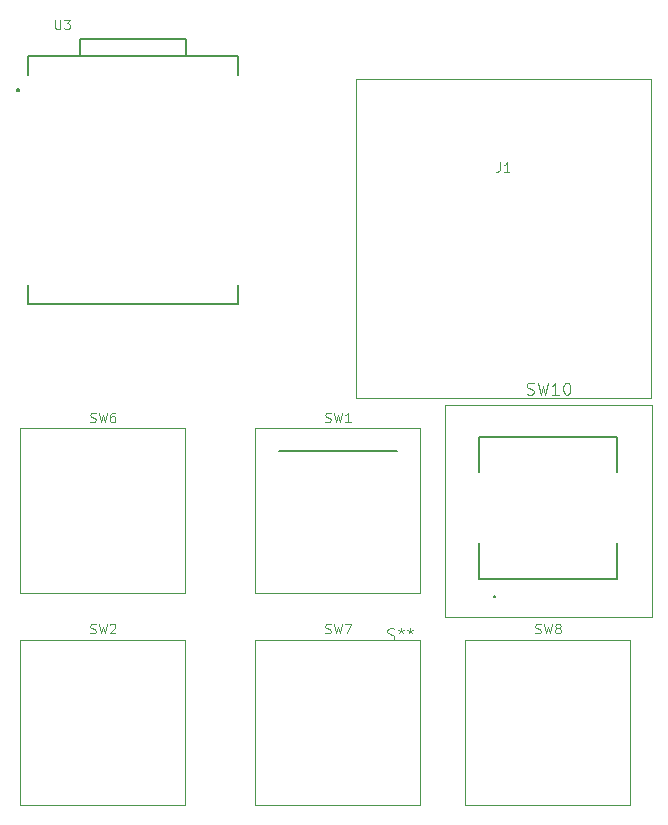
<source format=gbr>
%TF.GenerationSoftware,Flux,Pcbnew,7.0.11-7.0.11~ubuntu20.04.1*%
%TF.CreationDate,2024-10-19T07:10:41+00:00*%
%TF.ProjectId,input,696e7075-742e-46b6-9963-61645f706362,rev?*%
%TF.SameCoordinates,Original*%
%TF.FileFunction,Legend,Top*%
%TF.FilePolarity,Positive*%
%FSLAX46Y46*%
G04 Gerber Fmt 4.6, Leading zero omitted, Abs format (unit mm)*
G04 Filename: hackpad*
G04 Build it with Flux! Visit our site at: https://www.flux.ai (PCBNEW 7.0.11-7.0.11~ubuntu20.04.1) date 2024-10-19 07:10:41*
%MOMM*%
%LPD*%
G01*
G04 APERTURE LIST*
%ADD10C,0.095000*%
%ADD11C,0.120650*%
%ADD12C,0.152400*%
%ADD13C,0.120000*%
%ADD14C,0.200000*%
%ADD15C,0.127000*%
%ADD16C,0.100000*%
G04 APERTURE END LIST*
D10*
X-1066667Y-15419260D02*
X-952381Y-15457355D01*
X-952381Y-15457355D02*
X-761905Y-15457355D01*
X-761905Y-15457355D02*
X-685714Y-15419260D01*
X-685714Y-15419260D02*
X-647619Y-15381164D01*
X-647619Y-15381164D02*
X-609524Y-15304974D01*
X-609524Y-15304974D02*
X-609524Y-15228783D01*
X-609524Y-15228783D02*
X-647619Y-15152593D01*
X-647619Y-15152593D02*
X-685714Y-15114498D01*
X-685714Y-15114498D02*
X-761905Y-15076402D01*
X-761905Y-15076402D02*
X-914286Y-15038307D01*
X-914286Y-15038307D02*
X-990476Y-15000212D01*
X-990476Y-15000212D02*
X-1028571Y-14962117D01*
X-1028571Y-14962117D02*
X-1066667Y-14885926D01*
X-1066667Y-14885926D02*
X-1066667Y-14809736D01*
X-1066667Y-14809736D02*
X-1028571Y-14733545D01*
X-1028571Y-14733545D02*
X-990476Y-14695450D01*
X-990476Y-14695450D02*
X-914286Y-14657355D01*
X-914286Y-14657355D02*
X-723809Y-14657355D01*
X-723809Y-14657355D02*
X-609524Y-14695450D01*
X-342857Y-14657355D02*
X-152381Y-15457355D01*
X-152381Y-15457355D02*
X0Y-14885926D01*
X0Y-14885926D02*
X152380Y-15457355D01*
X152380Y-15457355D02*
X342857Y-14657355D01*
X571428Y-14657355D02*
X1104762Y-14657355D01*
X1104762Y-14657355D02*
X761904Y-15457355D01*
X-20970267Y2466940D02*
X-20855981Y2428844D01*
X-20855981Y2428844D02*
X-20665505Y2428844D01*
X-20665505Y2428844D02*
X-20589314Y2466940D01*
X-20589314Y2466940D02*
X-20551219Y2505035D01*
X-20551219Y2505035D02*
X-20513124Y2581225D01*
X-20513124Y2581225D02*
X-20513124Y2657416D01*
X-20513124Y2657416D02*
X-20551219Y2733606D01*
X-20551219Y2733606D02*
X-20589314Y2771701D01*
X-20589314Y2771701D02*
X-20665505Y2809797D01*
X-20665505Y2809797D02*
X-20817886Y2847892D01*
X-20817886Y2847892D02*
X-20894076Y2885987D01*
X-20894076Y2885987D02*
X-20932171Y2924082D01*
X-20932171Y2924082D02*
X-20970267Y3000273D01*
X-20970267Y3000273D02*
X-20970267Y3076463D01*
X-20970267Y3076463D02*
X-20932171Y3152654D01*
X-20932171Y3152654D02*
X-20894076Y3190749D01*
X-20894076Y3190749D02*
X-20817886Y3228844D01*
X-20817886Y3228844D02*
X-20627409Y3228844D01*
X-20627409Y3228844D02*
X-20513124Y3190749D01*
X-20246457Y3228844D02*
X-20055981Y2428844D01*
X-20055981Y2428844D02*
X-19903600Y3000273D01*
X-19903600Y3000273D02*
X-19751219Y2428844D01*
X-19751219Y2428844D02*
X-19560743Y3228844D01*
X-18913123Y3228844D02*
X-19065504Y3228844D01*
X-19065504Y3228844D02*
X-19141695Y3190749D01*
X-19141695Y3190749D02*
X-19179790Y3152654D01*
X-19179790Y3152654D02*
X-19255980Y3038368D01*
X-19255980Y3038368D02*
X-19294076Y2885987D01*
X-19294076Y2885987D02*
X-19294076Y2581225D01*
X-19294076Y2581225D02*
X-19255980Y2505035D01*
X-19255980Y2505035D02*
X-19217885Y2466940D01*
X-19217885Y2466940D02*
X-19141695Y2428844D01*
X-19141695Y2428844D02*
X-18989314Y2428844D01*
X-18989314Y2428844D02*
X-18913123Y2466940D01*
X-18913123Y2466940D02*
X-18875028Y2505035D01*
X-18875028Y2505035D02*
X-18836933Y2581225D01*
X-18836933Y2581225D02*
X-18836933Y2771701D01*
X-18836933Y2771701D02*
X-18875028Y2847892D01*
X-18875028Y2847892D02*
X-18913123Y2885987D01*
X-18913123Y2885987D02*
X-18989314Y2924082D01*
X-18989314Y2924082D02*
X-19141695Y2924082D01*
X-19141695Y2924082D02*
X-19217885Y2885987D01*
X-19217885Y2885987D02*
X-19255980Y2847892D01*
X-19255980Y2847892D02*
X-19294076Y2771701D01*
X16713132Y-15419260D02*
X16827418Y-15457355D01*
X16827418Y-15457355D02*
X17017894Y-15457355D01*
X17017894Y-15457355D02*
X17094085Y-15419260D01*
X17094085Y-15419260D02*
X17132180Y-15381164D01*
X17132180Y-15381164D02*
X17170275Y-15304974D01*
X17170275Y-15304974D02*
X17170275Y-15228783D01*
X17170275Y-15228783D02*
X17132180Y-15152593D01*
X17132180Y-15152593D02*
X17094085Y-15114498D01*
X17094085Y-15114498D02*
X17017894Y-15076402D01*
X17017894Y-15076402D02*
X16865513Y-15038307D01*
X16865513Y-15038307D02*
X16789323Y-15000212D01*
X16789323Y-15000212D02*
X16751228Y-14962117D01*
X16751228Y-14962117D02*
X16713132Y-14885926D01*
X16713132Y-14885926D02*
X16713132Y-14809736D01*
X16713132Y-14809736D02*
X16751228Y-14733545D01*
X16751228Y-14733545D02*
X16789323Y-14695450D01*
X16789323Y-14695450D02*
X16865513Y-14657355D01*
X16865513Y-14657355D02*
X17055990Y-14657355D01*
X17055990Y-14657355D02*
X17170275Y-14695450D01*
X17436942Y-14657355D02*
X17627418Y-15457355D01*
X17627418Y-15457355D02*
X17779799Y-14885926D01*
X17779799Y-14885926D02*
X17932180Y-15457355D01*
X17932180Y-15457355D02*
X18122657Y-14657355D01*
X18541704Y-15000212D02*
X18465514Y-14962117D01*
X18465514Y-14962117D02*
X18427419Y-14924021D01*
X18427419Y-14924021D02*
X18389323Y-14847831D01*
X18389323Y-14847831D02*
X18389323Y-14809736D01*
X18389323Y-14809736D02*
X18427419Y-14733545D01*
X18427419Y-14733545D02*
X18465514Y-14695450D01*
X18465514Y-14695450D02*
X18541704Y-14657355D01*
X18541704Y-14657355D02*
X18694085Y-14657355D01*
X18694085Y-14657355D02*
X18770276Y-14695450D01*
X18770276Y-14695450D02*
X18808371Y-14733545D01*
X18808371Y-14733545D02*
X18846466Y-14809736D01*
X18846466Y-14809736D02*
X18846466Y-14847831D01*
X18846466Y-14847831D02*
X18808371Y-14924021D01*
X18808371Y-14924021D02*
X18770276Y-14962117D01*
X18770276Y-14962117D02*
X18694085Y-15000212D01*
X18694085Y-15000212D02*
X18541704Y-15000212D01*
X18541704Y-15000212D02*
X18465514Y-15038307D01*
X18465514Y-15038307D02*
X18427419Y-15076402D01*
X18427419Y-15076402D02*
X18389323Y-15152593D01*
X18389323Y-15152593D02*
X18389323Y-15304974D01*
X18389323Y-15304974D02*
X18427419Y-15381164D01*
X18427419Y-15381164D02*
X18465514Y-15419260D01*
X18465514Y-15419260D02*
X18541704Y-15457355D01*
X18541704Y-15457355D02*
X18694085Y-15457355D01*
X18694085Y-15457355D02*
X18770276Y-15419260D01*
X18770276Y-15419260D02*
X18808371Y-15381164D01*
X18808371Y-15381164D02*
X18846466Y-15304974D01*
X18846466Y-15304974D02*
X18846466Y-15152593D01*
X18846466Y-15152593D02*
X18808371Y-15076402D01*
X18808371Y-15076402D02*
X18770276Y-15038307D01*
X18770276Y-15038307D02*
X18694085Y-15000212D01*
X-23948123Y36491344D02*
X-23948123Y35843725D01*
X-23948123Y35843725D02*
X-23910028Y35767535D01*
X-23910028Y35767535D02*
X-23871933Y35729440D01*
X-23871933Y35729440D02*
X-23795742Y35691344D01*
X-23795742Y35691344D02*
X-23643361Y35691344D01*
X-23643361Y35691344D02*
X-23567171Y35729440D01*
X-23567171Y35729440D02*
X-23529076Y35767535D01*
X-23529076Y35767535D02*
X-23490980Y35843725D01*
X-23490980Y35843725D02*
X-23490980Y36491344D01*
X-23186219Y36491344D02*
X-22690981Y36491344D01*
X-22690981Y36491344D02*
X-22957647Y36186582D01*
X-22957647Y36186582D02*
X-22843362Y36186582D01*
X-22843362Y36186582D02*
X-22767171Y36148487D01*
X-22767171Y36148487D02*
X-22729076Y36110392D01*
X-22729076Y36110392D02*
X-22690981Y36034201D01*
X-22690981Y36034201D02*
X-22690981Y35843725D01*
X-22690981Y35843725D02*
X-22729076Y35767535D01*
X-22729076Y35767535D02*
X-22767171Y35729440D01*
X-22767171Y35729440D02*
X-22843362Y35691344D01*
X-22843362Y35691344D02*
X-23071933Y35691344D01*
X-23071933Y35691344D02*
X-23148124Y35729440D01*
X-23148124Y35729440D02*
X-23186219Y35767535D01*
X-20970267Y-15419260D02*
X-20855981Y-15457355D01*
X-20855981Y-15457355D02*
X-20665505Y-15457355D01*
X-20665505Y-15457355D02*
X-20589314Y-15419260D01*
X-20589314Y-15419260D02*
X-20551219Y-15381164D01*
X-20551219Y-15381164D02*
X-20513124Y-15304974D01*
X-20513124Y-15304974D02*
X-20513124Y-15228783D01*
X-20513124Y-15228783D02*
X-20551219Y-15152593D01*
X-20551219Y-15152593D02*
X-20589314Y-15114498D01*
X-20589314Y-15114498D02*
X-20665505Y-15076402D01*
X-20665505Y-15076402D02*
X-20817886Y-15038307D01*
X-20817886Y-15038307D02*
X-20894076Y-15000212D01*
X-20894076Y-15000212D02*
X-20932171Y-14962117D01*
X-20932171Y-14962117D02*
X-20970267Y-14885926D01*
X-20970267Y-14885926D02*
X-20970267Y-14809736D01*
X-20970267Y-14809736D02*
X-20932171Y-14733545D01*
X-20932171Y-14733545D02*
X-20894076Y-14695450D01*
X-20894076Y-14695450D02*
X-20817886Y-14657355D01*
X-20817886Y-14657355D02*
X-20627409Y-14657355D01*
X-20627409Y-14657355D02*
X-20513124Y-14695450D01*
X-20246457Y-14657355D02*
X-20055981Y-15457355D01*
X-20055981Y-15457355D02*
X-19903600Y-14885926D01*
X-19903600Y-14885926D02*
X-19751219Y-15457355D01*
X-19751219Y-15457355D02*
X-19560743Y-14657355D01*
X-19294076Y-14733545D02*
X-19255980Y-14695450D01*
X-19255980Y-14695450D02*
X-19179790Y-14657355D01*
X-19179790Y-14657355D02*
X-18989314Y-14657355D01*
X-18989314Y-14657355D02*
X-18913123Y-14695450D01*
X-18913123Y-14695450D02*
X-18875028Y-14733545D01*
X-18875028Y-14733545D02*
X-18836933Y-14809736D01*
X-18836933Y-14809736D02*
X-18836933Y-14885926D01*
X-18836933Y-14885926D02*
X-18875028Y-15000212D01*
X-18875028Y-15000212D02*
X-19332171Y-15457355D01*
X-19332171Y-15457355D02*
X-18836933Y-15457355D01*
X13723333Y24426444D02*
X13723333Y23855016D01*
X13723333Y23855016D02*
X13685238Y23740730D01*
X13685238Y23740730D02*
X13609047Y23664540D01*
X13609047Y23664540D02*
X13494762Y23626444D01*
X13494762Y23626444D02*
X13418571Y23626444D01*
X14523333Y23626444D02*
X14066190Y23626444D01*
X14294762Y23626444D02*
X14294762Y24426444D01*
X14294762Y24426444D02*
X14218571Y24312159D01*
X14218571Y24312159D02*
X14142381Y24235968D01*
X14142381Y24235968D02*
X14066190Y24197873D01*
X13723333Y24426444D02*
X13723333Y23855016D01*
X13723333Y23855016D02*
X13685238Y23740730D01*
X13685238Y23740730D02*
X13609047Y23664540D01*
X13609047Y23664540D02*
X13494762Y23626444D01*
X13494762Y23626444D02*
X13418571Y23626444D01*
X14523333Y23626444D02*
X14066190Y23626444D01*
X14294762Y23626444D02*
X14294762Y24426444D01*
X14294762Y24426444D02*
X14218571Y24312159D01*
X14218571Y24312159D02*
X14142381Y24235968D01*
X14142381Y24235968D02*
X14066190Y24197873D01*
D11*
X15997423Y4806134D02*
X16142566Y4757753D01*
X16142566Y4757753D02*
X16384471Y4757753D01*
X16384471Y4757753D02*
X16481233Y4806134D01*
X16481233Y4806134D02*
X16529614Y4854514D01*
X16529614Y4854514D02*
X16577995Y4951276D01*
X16577995Y4951276D02*
X16577995Y5048038D01*
X16577995Y5048038D02*
X16529614Y5144800D01*
X16529614Y5144800D02*
X16481233Y5193181D01*
X16481233Y5193181D02*
X16384471Y5241562D01*
X16384471Y5241562D02*
X16190947Y5289943D01*
X16190947Y5289943D02*
X16094185Y5338324D01*
X16094185Y5338324D02*
X16045804Y5386705D01*
X16045804Y5386705D02*
X15997423Y5483467D01*
X15997423Y5483467D02*
X15997423Y5580229D01*
X15997423Y5580229D02*
X16045804Y5676991D01*
X16045804Y5676991D02*
X16094185Y5725372D01*
X16094185Y5725372D02*
X16190947Y5773753D01*
X16190947Y5773753D02*
X16432852Y5773753D01*
X16432852Y5773753D02*
X16577995Y5725372D01*
X16916661Y5773753D02*
X17158566Y4757753D01*
X17158566Y4757753D02*
X17352090Y5483467D01*
X17352090Y5483467D02*
X17545614Y4757753D01*
X17545614Y4757753D02*
X17787519Y5773753D01*
X18706757Y4757753D02*
X18126185Y4757753D01*
X18416471Y4757753D02*
X18416471Y5773753D01*
X18416471Y5773753D02*
X18319709Y5628610D01*
X18319709Y5628610D02*
X18222947Y5531848D01*
X18222947Y5531848D02*
X18126185Y5483467D01*
X19335709Y5773753D02*
X19432471Y5773753D01*
X19432471Y5773753D02*
X19529233Y5725372D01*
X19529233Y5725372D02*
X19577614Y5676991D01*
X19577614Y5676991D02*
X19625995Y5580229D01*
X19625995Y5580229D02*
X19674376Y5386705D01*
X19674376Y5386705D02*
X19674376Y5144800D01*
X19674376Y5144800D02*
X19625995Y4951276D01*
X19625995Y4951276D02*
X19577614Y4854514D01*
X19577614Y4854514D02*
X19529233Y4806134D01*
X19529233Y4806134D02*
X19432471Y4757753D01*
X19432471Y4757753D02*
X19335709Y4757753D01*
X19335709Y4757753D02*
X19238947Y4806134D01*
X19238947Y4806134D02*
X19190566Y4854514D01*
X19190566Y4854514D02*
X19142185Y4951276D01*
X19142185Y4951276D02*
X19093804Y5144800D01*
X19093804Y5144800D02*
X19093804Y5386705D01*
X19093804Y5386705D02*
X19142185Y5580229D01*
X19142185Y5580229D02*
X19190566Y5676991D01*
X19190566Y5676991D02*
X19238947Y5725372D01*
X19238947Y5725372D02*
X19335709Y5773753D01*
X4190919Y-15990166D02*
X4336062Y-16038546D01*
X4336062Y-16038546D02*
X4577967Y-16038546D01*
X4577967Y-16038546D02*
X4674729Y-15990166D01*
X4674729Y-15990166D02*
X4723110Y-15941785D01*
X4723110Y-15941785D02*
X4771491Y-15845023D01*
X4771491Y-15845023D02*
X4771491Y-15748261D01*
X4771491Y-15748261D02*
X4723110Y-15651499D01*
X4723110Y-15651499D02*
X4674729Y-15603118D01*
X4674729Y-15603118D02*
X4577967Y-15554737D01*
X4577967Y-15554737D02*
X4384443Y-15506356D01*
X4384443Y-15506356D02*
X4287681Y-15457975D01*
X4287681Y-15457975D02*
X4239300Y-15409594D01*
X4239300Y-15409594D02*
X4190919Y-15312832D01*
X4190919Y-15312832D02*
X4190919Y-15216070D01*
X4190919Y-15216070D02*
X4239300Y-15119308D01*
X4239300Y-15119308D02*
X4287681Y-15070927D01*
X4287681Y-15070927D02*
X4384443Y-15022546D01*
X4384443Y-15022546D02*
X4626348Y-15022546D01*
X4626348Y-15022546D02*
X4771491Y-15070927D01*
X5352062Y-15022546D02*
X5352062Y-15264451D01*
X5110157Y-15167689D02*
X5352062Y-15264451D01*
X5352062Y-15264451D02*
X5593967Y-15167689D01*
X5206919Y-15457975D02*
X5352062Y-15264451D01*
X5352062Y-15264451D02*
X5497205Y-15457975D01*
X6126157Y-15022546D02*
X6126157Y-15264451D01*
X5884252Y-15167689D02*
X6126157Y-15264451D01*
X6126157Y-15264451D02*
X6368062Y-15167689D01*
X5981014Y-15457975D02*
X6126157Y-15264451D01*
X6126157Y-15264451D02*
X6271300Y-15457975D01*
D10*
X-1066667Y2466940D02*
X-952381Y2428844D01*
X-952381Y2428844D02*
X-761905Y2428844D01*
X-761905Y2428844D02*
X-685714Y2466940D01*
X-685714Y2466940D02*
X-647619Y2505035D01*
X-647619Y2505035D02*
X-609524Y2581225D01*
X-609524Y2581225D02*
X-609524Y2657416D01*
X-609524Y2657416D02*
X-647619Y2733606D01*
X-647619Y2733606D02*
X-685714Y2771701D01*
X-685714Y2771701D02*
X-761905Y2809797D01*
X-761905Y2809797D02*
X-914286Y2847892D01*
X-914286Y2847892D02*
X-990476Y2885987D01*
X-990476Y2885987D02*
X-1028571Y2924082D01*
X-1028571Y2924082D02*
X-1066667Y3000273D01*
X-1066667Y3000273D02*
X-1066667Y3076463D01*
X-1066667Y3076463D02*
X-1028571Y3152654D01*
X-1028571Y3152654D02*
X-990476Y3190749D01*
X-990476Y3190749D02*
X-914286Y3228844D01*
X-914286Y3228844D02*
X-723809Y3228844D01*
X-723809Y3228844D02*
X-609524Y3190749D01*
X-342857Y3228844D02*
X-152381Y2428844D01*
X-152381Y2428844D02*
X0Y3000273D01*
X0Y3000273D02*
X152380Y2428844D01*
X152380Y2428844D02*
X342857Y3228844D01*
X1066666Y2428844D02*
X609523Y2428844D01*
X838095Y2428844D02*
X838095Y3228844D01*
X838095Y3228844D02*
X761904Y3114559D01*
X761904Y3114559D02*
X685714Y3038368D01*
X685714Y3038368D02*
X609523Y3000273D01*
D12*
%TO.C,*%
X-5000000Y0D02*
X5000000Y0D01*
D13*
X-6985000Y-15981200D02*
X6985000Y-15981200D01*
X6985000Y-15981200D02*
X6985000Y-29951200D01*
X6985000Y-29951200D02*
X-6985000Y-29951200D01*
X-6985000Y-29951200D02*
X-6985000Y-15981200D01*
X-26888600Y1905000D02*
X-12918600Y1905000D01*
X-12918600Y1905000D02*
X-12918600Y-12065000D01*
X-12918600Y-12065000D02*
X-26888600Y-12065000D01*
X-26888600Y-12065000D02*
X-26888600Y1905000D01*
X10794800Y-15981200D02*
X24764800Y-15981200D01*
X24764800Y-15981200D02*
X24764800Y-29951200D01*
X24764800Y-29951200D02*
X10794800Y-29951200D01*
X10794800Y-29951200D02*
X10794800Y-15981200D01*
D14*
X-26963600Y30541500D02*
X-26967007Y30515618D01*
X-26967007Y30515618D02*
X-26976997Y30491500D01*
X-26976997Y30491500D02*
X-26992889Y30470789D01*
X-26992889Y30470789D02*
X-27013600Y30454897D01*
X-27013600Y30454897D02*
X-27037718Y30444907D01*
X-27037718Y30444907D02*
X-27063600Y30441500D01*
X-27063600Y30441500D02*
X-27089482Y30444907D01*
X-27089482Y30444907D02*
X-27113600Y30454897D01*
X-27113600Y30454897D02*
X-27134311Y30470789D01*
X-27134311Y30470789D02*
X-27150203Y30491500D01*
X-27150203Y30491500D02*
X-27160193Y30515618D01*
X-27160193Y30515618D02*
X-27163600Y30541500D01*
X-27163600Y30541500D02*
X-27160193Y30567382D01*
X-27160193Y30567382D02*
X-27150203Y30591500D01*
X-27150203Y30591500D02*
X-27134311Y30612211D01*
X-27134311Y30612211D02*
X-27113600Y30628103D01*
X-27113600Y30628103D02*
X-27089482Y30638093D01*
X-27089482Y30638093D02*
X-27063600Y30641500D01*
X-27063600Y30641500D02*
X-27037718Y30638093D01*
X-27037718Y30638093D02*
X-27013600Y30628103D01*
X-27013600Y30628103D02*
X-26992889Y30612211D01*
X-26992889Y30612211D02*
X-26976997Y30591500D01*
X-26976997Y30591500D02*
X-26967007Y30567382D01*
X-26967007Y30567382D02*
X-26963600Y30541500D01*
D15*
X-8463600Y14031500D02*
X-8463600Y12421500D01*
X-8463600Y33421500D02*
X-8463600Y31811500D01*
X-26263600Y33421500D02*
X-26263600Y31811500D01*
X-21863600Y34841500D02*
X-12863600Y34841500D01*
X-12863600Y34841500D02*
X-12863600Y33421500D01*
X-21863600Y33421500D02*
X-21863600Y34841500D01*
X-8463600Y33421500D02*
X-26263600Y33421500D01*
X-26263600Y14031500D02*
X-26263600Y12421500D01*
X-26263600Y12421500D02*
X-8463600Y12421500D01*
D13*
X-26888600Y-15981200D02*
X-12918600Y-15981200D01*
X-12918600Y-15981200D02*
X-12918600Y-29951200D01*
X-12918600Y-29951200D02*
X-26888600Y-29951200D01*
X-26888600Y-29951200D02*
X-26888600Y-15981200D01*
X1490000Y31491600D02*
X1490000Y4491600D01*
X1490000Y4491600D02*
X26490000Y4491600D01*
X26490000Y4491600D02*
X26490000Y31491600D01*
X26490000Y31491600D02*
X1490000Y31491600D01*
D14*
X13320000Y-12330000D02*
X13319572Y-12336526D01*
X13319572Y-12336526D02*
X13318296Y-12342941D01*
X13318296Y-12342941D02*
X13316194Y-12349134D01*
X13316194Y-12349134D02*
X13313301Y-12355000D01*
X13313301Y-12355000D02*
X13309668Y-12360438D01*
X13309668Y-12360438D02*
X13305355Y-12365355D01*
X13305355Y-12365355D02*
X13300438Y-12369668D01*
X13300438Y-12369668D02*
X13295000Y-12373301D01*
X13295000Y-12373301D02*
X13289134Y-12376194D01*
X13289134Y-12376194D02*
X13282941Y-12378296D01*
X13282941Y-12378296D02*
X13276526Y-12379572D01*
X13276526Y-12379572D02*
X13270000Y-12380000D01*
X13270000Y-12380000D02*
X13263474Y-12379572D01*
X13263474Y-12379572D02*
X13257059Y-12378296D01*
X13257059Y-12378296D02*
X13250866Y-12376194D01*
X13250866Y-12376194D02*
X13245000Y-12373301D01*
X13245000Y-12373301D02*
X13239562Y-12369668D01*
X13239562Y-12369668D02*
X13234645Y-12365355D01*
X13234645Y-12365355D02*
X13230332Y-12360438D01*
X13230332Y-12360438D02*
X13226699Y-12355000D01*
X13226699Y-12355000D02*
X13223806Y-12349134D01*
X13223806Y-12349134D02*
X13221704Y-12342941D01*
X13221704Y-12342941D02*
X13220428Y-12336526D01*
X13220428Y-12336526D02*
X13220000Y-12330000D01*
X13220000Y-12330000D02*
X13220428Y-12323474D01*
X13220428Y-12323474D02*
X13221704Y-12317059D01*
X13221704Y-12317059D02*
X13223806Y-12310866D01*
X13223806Y-12310866D02*
X13226699Y-12305000D01*
X13226699Y-12305000D02*
X13230332Y-12299562D01*
X13230332Y-12299562D02*
X13234645Y-12294645D01*
X13234645Y-12294645D02*
X13239562Y-12290332D01*
X13239562Y-12290332D02*
X13245000Y-12286699D01*
X13245000Y-12286699D02*
X13250866Y-12283806D01*
X13250866Y-12283806D02*
X13257059Y-12281704D01*
X13257059Y-12281704D02*
X13263474Y-12280428D01*
X13263474Y-12280428D02*
X13270000Y-12280000D01*
X13270000Y-12280000D02*
X13276526Y-12280428D01*
X13276526Y-12280428D02*
X13282941Y-12281704D01*
X13282941Y-12281704D02*
X13289134Y-12283806D01*
X13289134Y-12283806D02*
X13295000Y-12286699D01*
X13295000Y-12286699D02*
X13300438Y-12290332D01*
X13300438Y-12290332D02*
X13305355Y-12294645D01*
X13305355Y-12294645D02*
X13309668Y-12299562D01*
X13309668Y-12299562D02*
X13313301Y-12305000D01*
X13313301Y-12305000D02*
X13316194Y-12310866D01*
X13316194Y-12310866D02*
X13318296Y-12317059D01*
X13318296Y-12317059D02*
X13319572Y-12323474D01*
X13319572Y-12323474D02*
X13320000Y-12330000D01*
X13320000Y-12330000D02*
X13319572Y-12336526D01*
X13319572Y-12336526D02*
X13318296Y-12342941D01*
X13318296Y-12342941D02*
X13316194Y-12349134D01*
X13316194Y-12349134D02*
X13313301Y-12355000D01*
X13313301Y-12355000D02*
X13309668Y-12360438D01*
X13309668Y-12360438D02*
X13305355Y-12365355D01*
X13305355Y-12365355D02*
X13300438Y-12369668D01*
X13300438Y-12369668D02*
X13295000Y-12373301D01*
X13295000Y-12373301D02*
X13289134Y-12376194D01*
X13289134Y-12376194D02*
X13282941Y-12378296D01*
X13282941Y-12378296D02*
X13276526Y-12379572D01*
X13276526Y-12379572D02*
X13270000Y-12380000D01*
X13270000Y-12380000D02*
X13263474Y-12379572D01*
X13263474Y-12379572D02*
X13257059Y-12378296D01*
X13257059Y-12378296D02*
X13250866Y-12376194D01*
X13250866Y-12376194D02*
X13245000Y-12373301D01*
X13245000Y-12373301D02*
X13239562Y-12369668D01*
X13239562Y-12369668D02*
X13234645Y-12365355D01*
X13234645Y-12365355D02*
X13230332Y-12360438D01*
X13230332Y-12360438D02*
X13226699Y-12355000D01*
X13226699Y-12355000D02*
X13223806Y-12349134D01*
X13223806Y-12349134D02*
X13221704Y-12342941D01*
X13221704Y-12342941D02*
X13220428Y-12336526D01*
X13220428Y-12336526D02*
X13220000Y-12330000D01*
D16*
X9070000Y3920000D02*
X26570000Y3920000D01*
X26570000Y3920000D02*
X26570000Y-14080000D01*
X26570000Y-14080000D02*
X9070000Y-14080000D01*
X9070000Y-14080000D02*
X9070000Y3920000D01*
D14*
X11970000Y-1830000D02*
X11970000Y1170000D01*
X11970000Y1170000D02*
X23670000Y1170000D01*
X23670000Y1170000D02*
X23670000Y-1830000D01*
X11970000Y-7830000D02*
X11970000Y-10830000D01*
X11970000Y-10830000D02*
X23670000Y-10830000D01*
X23670000Y-10830000D02*
X23670000Y-7830000D01*
D13*
X-6985000Y1905000D02*
X6985000Y1905000D01*
X6985000Y1905000D02*
X6985000Y-12065000D01*
X6985000Y-12065000D02*
X-6985000Y-12065000D01*
X-6985000Y-12065000D02*
X-6985000Y1905000D01*
%TD*%
M02*

</source>
